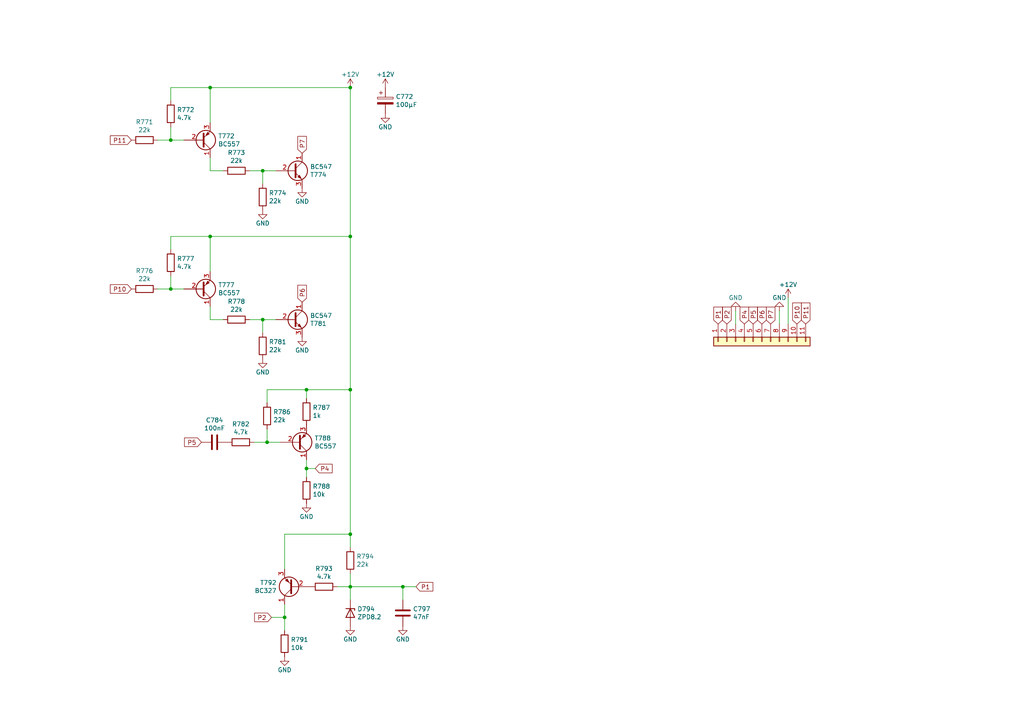
<source format=kicad_sch>
(kicad_sch (version 20230121) (generator eeschema)
  (paper "A4")
  (lib_symbols
    (symbol "Connector_Generic:Conn_01x11" (pin_names (offset 1.016) hide)
      (property "Reference" "J" (at 0 15.24 0))
      (property "Value" "Conn_01x11" (at 0 -15.24 0))
      (symbol "Conn_01x11_1_1"
        (rectangle (start -1.27 -12.573) (end 0 -12.827) (stroke (width 0.1524)))
        (rectangle (start -1.27 -10.033) (end 0 -10.287) (stroke (width 0.1524)))
        (rectangle (start -1.27 -7.493) (end 0 -7.747) (stroke (width 0.1524)))
        (rectangle (start -1.27 -4.953) (end 0 -5.207) (stroke (width 0.1524)))
        (rectangle (start -1.27 -2.413) (end 0 -2.667) (stroke (width 0.1524)))
        (rectangle (start -1.27 0.127) (end 0 -0.127) (stroke (width 0.1524)))
        (rectangle (start -1.27 2.667) (end 0 2.413) (stroke (width 0.1524)))
        (rectangle (start -1.27 5.207) (end 0 4.953) (stroke (width 0.1524)))
        (rectangle (start -1.27 7.747) (end 0 7.493) (stroke (width 0.1524)))
        (rectangle (start -1.27 10.287) (end 0 10.033) (stroke (width 0.1524)))
        (rectangle (start -1.27 12.827) (end 0 12.573) (stroke (width 0.1524)))
        (rectangle (start -1.27 13.97) (end 1.27 -13.97) (stroke (width 0.254)) (fill (type background)))
        (pin passive line (at -5.08 12.7 0) (length 3.81) (name "Pin_1") (number "1"))
        (pin passive line (at -5.08 -10.16 0) (length 3.81) (name "Pin_10") (number "10"))
        (pin passive line (at -5.08 -12.7 0) (length 3.81) (name "Pin_11") (number "11"))
        (pin passive line (at -5.08 10.16 0) (length 3.81) (name "Pin_2") (number "2"))
        (pin passive line (at -5.08 7.62 0) (length 3.81) (name "Pin_3") (number "3"))
        (pin passive line (at -5.08 5.08 0) (length 3.81) (name "Pin_4") (number "4"))
        (pin passive line (at -5.08 2.54 0) (length 3.81) (name "Pin_5") (number "5"))
        (pin passive line (at -5.08 0 0) (length 3.81) (name "Pin_6") (number "6"))
        (pin passive line (at -5.08 -2.54 0) (length 3.81) (name "Pin_7") (number "7"))
        (pin passive line (at -5.08 -5.08 0) (length 3.81) (name "Pin_8") (number "8"))
        (pin passive line (at -5.08 -7.62 0) (length 3.81) (name "Pin_9") (number "9"))
      )
    )
    (symbol "Device:C" (pin_numbers hide) (pin_names (offset 0.254))
      (property "Reference" "C" (at 0.635 2.54 0))
      (property "Value" "C" (at 0.635 -2.54 0))
      (symbol "C_0_1"
        (polyline (pts (xy -2.032 -0.762) (xy 2.032 -0.762)) (stroke (width 0.508)))
        (polyline (pts (xy -2.032 0.762) (xy 2.032 0.762)) (stroke (width 0.508)))
      )
      (symbol "C_1_1"
        (pin passive line (at 0 3.81 270) (length 2.794) (name "~") (number "1"))
        (pin passive line (at 0 -3.81 90) (length 2.794) (name "~") (number "2"))
      )
    )
    (symbol "Device:C_Polarized" (pin_numbers hide) (pin_names (offset 0.254))
      (property "Reference" "C" (at 0.635 2.54 0))
      (property "Value" "C_Polarized" (at 0.635 -2.54 0))
      (symbol "C_Polarized_0_1"
        (rectangle (start -2.286 0.508) (end 2.286 1.016))
        (polyline (pts (xy -1.778 2.286) (xy -0.762 2.286)))
        (polyline (pts (xy -1.27 2.794) (xy -1.27 1.778)))
        (rectangle (start 2.286 -0.508) (end -2.286 -1.016) (fill (type outline)))
      )
      (symbol "C_Polarized_1_1"
        (pin passive line (at 0 3.81 270) (length 2.794) (name "~") (number "1"))
        (pin passive line (at 0 -3.81 90) (length 2.794) (name "~") (number "2"))
      )
    )
    (symbol "Device:R" (pin_numbers hide) (pin_names (offset 0))
      (property "Reference" "R" (at 2.032 0 90))
      (property "Value" "R" (at 0 0 90))
      (symbol "R_0_1"
        (rectangle (start -1.016 -2.54) (end 1.016 2.54) (stroke (width 0.254)))
      )
      (symbol "R_1_1"
        (pin passive line (at 0 3.81 270) (length 1.27) (name "~") (number "1"))
        (pin passive line (at 0 -3.81 90) (length 1.27) (name "~") (number "2"))
      )
    )
    (symbol "Diode:ZPDxx" (pin_numbers hide) (pin_names hide)
      (property "Reference" "D" (at 0 2.54 0))
      (property "Value" "ZPDxx" (at 0 -2.54 0))
      (symbol "ZPDxx_0_1"
        (polyline (pts (xy 1.27 0) (xy -1.27 0)))
        (polyline (pts (xy -1.27 -1.27) (xy -1.27 1.27) (xy -0.762 1.27)) (stroke (width 0.254)))
        (polyline (pts (xy 1.27 -1.27) (xy 1.27 1.27) (xy -1.27 0) (xy 1.27 -1.27)) (stroke (width 0.254)))
      )
      (symbol "ZPDxx_1_1"
        (pin passive line (at -3.81 0 0) (length 2.54) (name "K") (number "1"))
        (pin passive line (at 3.81 0 180) (length 2.54) (name "A") (number "2"))
      )
    )
    (symbol "Transistor_BJT:BC327" (pin_names (offset 0) hide)
      (property "Reference" "Q" (at 5.08 1.905 0))
      (property "Value" "BC327" (at 5.08 0 0))
      (symbol "BC327_0_1"
        (polyline (pts (xy 0.635 0.635) (xy 2.54 2.54)))
        (polyline (pts (xy 0.635 -0.635) (xy 2.54 -2.54) (xy 2.54 -2.54)))
        (polyline (pts (xy 0.635 1.905) (xy 0.635 -1.905) (xy 0.635 -1.905)) (stroke (width 0.508)))
        (polyline (pts (xy 2.286 -1.778) (xy 1.778 -2.286) (xy 1.27 -1.27) (xy 2.286 -1.778) (xy 2.286 -1.778)) (fill (type outline)))
        (circle (center 1.27 0) (radius 2.8194) (stroke (width 0.254)))
      )
      (symbol "BC327_1_1"
        (pin passive line (at 2.54 5.08 270) (length 2.54) (name "C") (number "1"))
        (pin input line (at -5.08 0 0) (length 5.715) (name "B") (number "2"))
        (pin passive line (at 2.54 -5.08 90) (length 2.54) (name "E") (number "3"))
      )
    )
    (symbol "Transistor_BJT:BC547" (pin_names (offset 0) hide)
      (property "Reference" "Q" (at 5.08 1.905 0))
      (property "Value" "BC547" (at 5.08 0 0))
      (symbol "BC547_0_1"
        (polyline (pts (xy 0 0) (xy 0.635 0)))
        (polyline (pts (xy 0.635 0.635) (xy 2.54 2.54)))
        (polyline (pts (xy 0.635 -0.635) (xy 2.54 -2.54) (xy 2.54 -2.54)))
        (polyline (pts (xy 0.635 1.905) (xy 0.635 -1.905) (xy 0.635 -1.905)) (stroke (width 0.508)))
        (polyline (pts (xy 1.27 -1.778) (xy 1.778 -1.27) (xy 2.286 -2.286) (xy 1.27 -1.778) (xy 1.27 -1.778)) (fill (type outline)))
        (circle (center 1.27 0) (radius 2.8194) (stroke (width 0.254)))
      )
      (symbol "BC547_1_1"
        (pin passive line (at 2.54 5.08 270) (length 2.54) (name "C") (number "1"))
        (pin input line (at -5.08 0 0) (length 5.08) (name "B") (number "2"))
        (pin passive line (at 2.54 -5.08 90) (length 2.54) (name "E") (number "3"))
      )
    )
    (symbol "Transistor_BJT:BC557" (pin_names (offset 0) hide)
      (property "Reference" "Q" (at 5.08 1.905 0))
      (property "Value" "BC557" (at 5.08 0 0))
      (symbol "BC557_0_1"
        (polyline (pts (xy 0.635 0.635) (xy 2.54 2.54)))
        (polyline (pts (xy 0.635 -0.635) (xy 2.54 -2.54) (xy 2.54 -2.54)))
        (polyline (pts (xy 0.635 1.905) (xy 0.635 -1.905) (xy 0.635 -1.905)) (stroke (width 0.508)))
        (polyline (pts (xy 2.286 -1.778) (xy 1.778 -2.286) (xy 1.27 -1.27) (xy 2.286 -1.778) (xy 2.286 -1.778)) (fill (type outline)))
        (circle (center 1.27 0) (radius 2.8194) (stroke (width 0.254)))
      )
      (symbol "BC557_1_1"
        (pin passive line (at 2.54 5.08 270) (length 2.54) (name "C") (number "1"))
        (pin input line (at -5.08 0 0) (length 5.715) (name "B") (number "2"))
        (pin passive line (at 2.54 -5.08 90) (length 2.54) (name "E") (number "3"))
      )
    )
    (symbol "power:+12V" (power) (pin_names (offset 0))
      (property "Value" "+12V" (at 0 3.556 0))
      (symbol "+12V_0_1"
        (polyline (pts (xy -0.762 1.27) (xy 0 2.54)))
        (polyline (pts (xy 0 0) (xy 0 2.54)))
        (polyline (pts (xy 0 2.54) (xy 0.762 1.27)))
      )
      (symbol "+12V_1_1"
        (pin power_in line (at 0 0 90) (length 0) hide (name "+12V") (number "1"))
      )
    )
    (symbol "power:GND" (power) (pin_names (offset 0))
      (property "Value" "GND" (at 0 -3.81 0))
      (symbol "GND_0_1"
        (polyline (pts (xy 0 0) (xy 0 -1.27) (xy 1.27 -1.27) (xy 0 -2.54) (xy -1.27 -1.27) (xy 0 -1.27)))
      )
      (symbol "GND_1_1"
        (pin power_in line (at 0 0 270) (length 0) hide (name "GND") (number "1"))
      )
    )
  )
  (junction (at 76.2 92.71))
  (junction (at 101.6 25.4))
  (junction (at 76.2 49.53))
  (junction (at 88.9 135.89))
  (junction (at 116.84 170.18))
  (junction (at 49.53 83.82))
  (junction (at 88.9 113.03))
  (junction (at 60.96 68.58))
  (junction (at 101.6 170.18))
  (junction (at 101.6 154.94))
  (junction (at 82.55 179.07))
  (junction (at 60.96 25.4))
  (junction (at 101.6 68.58))
  (junction (at 49.53 40.64))
  (junction (at 101.6 113.03))
  (junction (at 77.47 128.27))
  (wire (pts (xy 213.36 90.17) (xy 213.36 93.98)))
  (wire (pts (xy 116.84 170.18) (xy 116.84 173.99)))
  (wire (pts (xy 60.96 45.72) (xy 60.96 49.53)))
  (wire (pts (xy 76.2 49.53) (xy 80.01 49.53)))
  (wire (pts (xy 72.39 49.53) (xy 76.2 49.53)))
  (wire (pts (xy 49.53 29.21) (xy 49.53 25.4)))
  (wire (pts (xy 82.55 175.26) (xy 82.55 179.07)))
  (wire (pts (xy 77.47 113.03) (xy 88.9 113.03)))
  (wire (pts (xy 77.47 128.27) (xy 81.28 128.27)))
  (wire (pts (xy 91.44 135.89) (xy 88.9 135.89)))
  (wire (pts (xy 101.6 158.75) (xy 101.6 154.94)))
  (wire (pts (xy 60.96 25.4) (xy 60.96 35.56)))
  (wire (pts (xy 120.65 170.18) (xy 116.84 170.18)))
  (wire (pts (xy 101.6 25.4) (xy 101.6 68.58)))
  (wire (pts (xy 97.79 170.18) (xy 101.6 170.18)))
  (wire (pts (xy 60.96 49.53) (xy 64.77 49.53)))
  (wire (pts (xy 88.9 113.03) (xy 101.6 113.03)))
  (wire (pts (xy 60.96 68.58) (xy 60.96 78.74)))
  (wire (pts (xy 49.53 68.58) (xy 60.96 68.58)))
  (wire (pts (xy 73.66 128.27) (xy 77.47 128.27)))
  (wire (pts (xy 76.2 96.52) (xy 76.2 92.71)))
  (wire (pts (xy 101.6 68.58) (xy 101.6 113.03)))
  (wire (pts (xy 82.55 179.07) (xy 82.55 182.88)))
  (wire (pts (xy 60.96 92.71) (xy 64.77 92.71)))
  (wire (pts (xy 77.47 124.46) (xy 77.47 128.27)))
  (wire (pts (xy 82.55 154.94) (xy 82.55 165.1)))
  (wire (pts (xy 101.6 154.94) (xy 101.6 113.03)))
  (wire (pts (xy 45.72 40.64) (xy 49.53 40.64)))
  (wire (pts (xy 101.6 166.37) (xy 101.6 170.18)))
  (wire (pts (xy 88.9 113.03) (xy 88.9 115.57)))
  (wire (pts (xy 77.47 116.84) (xy 77.47 113.03)))
  (wire (pts (xy 49.53 83.82) (xy 53.34 83.82)))
  (wire (pts (xy 101.6 170.18) (xy 101.6 173.99)))
  (wire (pts (xy 228.6 86.36) (xy 228.6 93.98)))
  (wire (pts (xy 76.2 92.71) (xy 80.01 92.71)))
  (wire (pts (xy 76.2 53.34) (xy 76.2 49.53)))
  (wire (pts (xy 226.06 90.17) (xy 226.06 93.98)))
  (wire (pts (xy 49.53 40.64) (xy 53.34 40.64)))
  (wire (pts (xy 78.74 179.07) (xy 82.55 179.07)))
  (wire (pts (xy 88.9 133.35) (xy 88.9 135.89)))
  (wire (pts (xy 49.53 25.4) (xy 60.96 25.4)))
  (wire (pts (xy 49.53 36.83) (xy 49.53 40.64)))
  (wire (pts (xy 45.72 83.82) (xy 49.53 83.82)))
  (wire (pts (xy 60.96 88.9) (xy 60.96 92.71)))
  (wire (pts (xy 49.53 80.01) (xy 49.53 83.82)))
  (wire (pts (xy 101.6 170.18) (xy 116.84 170.18)))
  (wire (pts (xy 60.96 25.4) (xy 101.6 25.4)))
  (wire (pts (xy 49.53 72.39) (xy 49.53 68.58)))
  (wire (pts (xy 101.6 68.58) (xy 60.96 68.58)))
  (wire (pts (xy 72.39 92.71) (xy 76.2 92.71)))
  (wire (pts (xy 88.9 135.89) (xy 88.9 138.43)))
  (wire (pts (xy 101.6 154.94) (xy 82.55 154.94)))
  (global_label "P11" (shape input) (at 233.68 93.98 90) (property "Intersheetrefs" "${INTERSHEET_REFS}" (effects hide)))
  (global_label "P1" (shape input) (at 208.28 93.98 90) (property "Intersheetrefs" "${INTERSHEET_REFS}" (effects hide)))
  (global_label "P4" (shape input) (at 215.9 93.98 90) (property "Intersheetrefs" "${INTERSHEET_REFS}" (effects hide)))
  (global_label "P10" (shape input) (at 231.14 93.98 90) (property "Intersheetrefs" "${INTERSHEET_REFS}" (effects hide)))
  (global_label "P5" (shape input) (at 58.42 128.27 180) (property "Intersheetrefs" "${INTERSHEET_REFS}" (effects hide)))
  (global_label "P4" (shape input) (at 91.44 135.89 0) (property "Intersheetrefs" "${INTERSHEET_REFS}" (effects hide)))
  (global_label "P7" (shape input) (at 87.63 44.45 90) (property "Intersheetrefs" "${INTERSHEET_REFS}" (effects hide)))
  (global_label "P11" (shape input) (at 38.1 40.64 180) (property "Intersheetrefs" "${INTERSHEET_REFS}" (effects hide)))
  (global_label "P1" (shape input) (at 120.65 170.18 0) (property "Intersheetrefs" "${INTERSHEET_REFS}" (effects hide)))
  (global_label "P6" (shape input) (at 87.63 87.63 90) (property "Intersheetrefs" "${INTERSHEET_REFS}" (effects hide)))
  (global_label "P5" (shape input) (at 218.44 93.98 90) (property "Intersheetrefs" "${INTERSHEET_REFS}" (effects hide)))
  (global_label "P2" (shape input) (at 210.82 93.98 90) (property "Intersheetrefs" "${INTERSHEET_REFS}" (effects hide)))
  (global_label "P2" (shape input) (at 78.74 179.07 180) (property "Intersheetrefs" "${INTERSHEET_REFS}" (effects hide)))
  (global_label "P7" (shape input) (at 223.52 93.98 90) (property "Intersheetrefs" "${INTERSHEET_REFS}" (effects hide)))
  (global_label "P6" (shape input) (at 220.98 93.98 90) (property "Intersheetrefs" "${INTERSHEET_REFS}" (effects hide)))
  (global_label "P10" (shape input) (at 38.1 83.82 180) (property "Intersheetrefs" "${INTERSHEET_REFS}" (effects hide)))
  (symbol (lib_id "Connector_Generic:Conn_01x11") (at 220.98 99.06 90) (mirror x) (unit 1)
    (property "Reference" "J1" (effects hide))
    (property "Value" "Conn_01x13" (effects hide))
    (property "Footprint" "Relais-Modul:Connector_01x11_5mm" (effects hide))
  )
  (symbol (lib_id "power:+12V") (at 111.76 25.4 0) (unit 1)
    (property "Reference" "#PWR0108" (effects hide))
    (property "Value" "+12V" (at 111.76 21.59 0))
  )
  (symbol (lib_id "Device:R") (at 41.91 40.64 270) (unit 1)
    (property "Reference" "R771" (at 41.91 35.3822 90))
    (property "Value" "22k" (at 41.91 37.6936 90))
    (property "Footprint" "Resistor_THT:R_Axial_DIN0207_L6.3mm_D2.5mm_P10.16mm_Horizontal" (effects hide))
  )
  (symbol (lib_id "Transistor_BJT:BC557") (at 58.42 40.64 0) (mirror x) (unit 1)
    (property "Reference" "T772" (at 63.2714 39.4716 0) (effects (justify left)))
    (property "Value" "BC557" (at 63.2714 41.783 0) (effects (justify left)))
    (property "Footprint" "Package_TO_SOT_THT:TO-92_Wide" (effects hide))
    (property "Datasheet" "https://www.onsemi.com/pub/Collateral/BC556BTA-D.pdf" (effects hide))
  )
  (symbol (lib_id "Device:R") (at 49.53 33.02 0) (unit 1)
    (property "Reference" "R772" (at 51.308 31.8516 0) (effects (justify left)))
    (property "Value" "4.7k" (at 51.308 34.163 0) (effects (justify left)))
    (property "Footprint" "Resistor_THT:R_Axial_DIN0207_L6.3mm_D2.5mm_P10.16mm_Horizontal" (effects hide))
  )
  (symbol (lib_id "Device:R") (at 68.58 49.53 270) (unit 1)
    (property "Reference" "R773" (at 68.58 44.2722 90))
    (property "Value" "22k" (at 68.58 46.5836 90))
    (property "Footprint" "Resistor_THT:R_Axial_DIN0207_L6.3mm_D2.5mm_P10.16mm_Horizontal" (effects hide))
  )
  (symbol (lib_id "Device:R") (at 76.2 57.15 0) (unit 1)
    (property "Reference" "R774" (at 77.978 55.9816 0) (effects (justify left)))
    (property "Value" "22k" (at 77.978 58.293 0) (effects (justify left)))
    (property "Footprint" "Resistor_THT:R_Axial_DIN0207_L6.3mm_D2.5mm_P10.16mm_Horizontal" (effects hide))
  )
  (symbol (lib_id "Transistor_BJT:BC547") (at 85.09 49.53 0) (unit 1)
    (property "Reference" "T774" (at 89.9414 50.673 0) (effects (justify left)))
    (property "Value" "BC547" (at 89.9414 48.3616 0) (effects (justify left)))
    (property "Footprint" "Package_TO_SOT_THT:TO-92_Wide" (effects hide))
    (property "Datasheet" "https://www.onsemi.com/pub/Collateral/BC550-D.pdf" (effects hide))
  )
  (symbol (lib_id "power:GND") (at 87.63 54.61 0) (unit 1)
    (property "Reference" "#PWR0101" (effects hide))
    (property "Value" "GND" (at 87.63 58.42 0))
  )
  (symbol (lib_id "power:GND") (at 76.2 60.96 0) (unit 1)
    (property "Reference" "#PWR0102" (effects hide))
    (property "Value" "GND" (at 76.2 64.77 0))
  )
  (symbol (lib_id "Device:R") (at 41.91 83.82 270) (unit 1)
    (property "Reference" "R776" (at 41.91 78.5622 90))
    (property "Value" "22k" (at 41.91 80.8736 90))
    (property "Footprint" "Resistor_THT:R_Axial_DIN0207_L6.3mm_D2.5mm_P10.16mm_Horizontal" (effects hide))
  )
  (symbol (lib_id "Transistor_BJT:BC557") (at 58.42 83.82 0) (mirror x) (unit 1)
    (property "Reference" "T777" (at 63.2714 82.6516 0) (effects (justify left)))
    (property "Value" "BC557" (at 63.2714 84.963 0) (effects (justify left)))
    (property "Footprint" "Package_TO_SOT_THT:TO-92_Wide" (effects hide))
    (property "Datasheet" "https://www.onsemi.com/pub/Collateral/BC556BTA-D.pdf" (effects hide))
  )
  (symbol (lib_id "Device:R") (at 68.58 92.71 270) (unit 1)
    (property "Reference" "R778" (at 68.58 87.4522 90))
    (property "Value" "22k" (at 68.58 89.7636 90))
    (property "Footprint" "Resistor_THT:R_Axial_DIN0207_L6.3mm_D2.5mm_P10.16mm_Horizontal" (effects hide))
  )
  (symbol (lib_id "Device:R") (at 76.2 100.33 0) (unit 1)
    (property "Reference" "R781" (at 77.978 99.1616 0) (effects (justify left)))
    (property "Value" "22k" (at 77.978 101.473 0) (effects (justify left)))
    (property "Footprint" "Resistor_THT:R_Axial_DIN0207_L6.3mm_D2.5mm_P10.16mm_Horizontal" (effects hide))
  )
  (symbol (lib_id "Transistor_BJT:BC547") (at 85.09 92.71 0) (unit 1)
    (property "Reference" "T781" (at 89.9414 93.853 0) (effects (justify left)))
    (property "Value" "BC547" (at 89.9414 91.5416 0) (effects (justify left)))
    (property "Footprint" "Package_TO_SOT_THT:TO-92_Wide" (effects hide))
    (property "Datasheet" "https://www.onsemi.com/pub/Collateral/BC550-D.pdf" (effects hide))
  )
  (symbol (lib_id "power:GND") (at 87.63 97.79 0) (unit 1)
    (property "Reference" "#PWR0103" (effects hide))
    (property "Value" "GND" (at 87.63 101.6 0))
  )
  (symbol (lib_id "power:GND") (at 76.2 104.14 0) (unit 1)
    (property "Reference" "#PWR0104" (effects hide))
    (property "Value" "GND" (at 76.2 107.95 0))
  )
  (symbol (lib_id "Device:R") (at 49.53 76.2 0) (unit 1)
    (property "Reference" "R777" (at 51.308 75.0316 0) (effects (justify left)))
    (property "Value" "4.7k" (at 51.308 77.343 0) (effects (justify left)))
    (property "Footprint" "Resistor_THT:R_Axial_DIN0207_L6.3mm_D2.5mm_P10.16mm_Horizontal" (effects hide))
  )
  (symbol (lib_id "Device:R") (at 69.85 128.27 270) (unit 1)
    (property "Reference" "R782" (at 69.85 123.0122 90))
    (property "Value" "4.7k" (at 69.85 125.3236 90))
    (property "Footprint" "Resistor_THT:R_Axial_DIN0207_L6.3mm_D2.5mm_P10.16mm_Horizontal" (effects hide))
  )
  (symbol (lib_id "Transistor_BJT:BC557") (at 86.36 128.27 0) (mirror x) (unit 1)
    (property "Reference" "T788" (at 91.2114 127.1016 0) (effects (justify left)))
    (property "Value" "BC557" (at 91.2114 129.413 0) (effects (justify left)))
    (property "Footprint" "Package_TO_SOT_THT:TO-92_Wide" (effects hide))
    (property "Datasheet" "https://www.onsemi.com/pub/Collateral/BC556BTA-D.pdf" (effects hide))
  )
  (symbol (lib_id "Device:R") (at 77.47 120.65 0) (unit 1)
    (property "Reference" "R786" (at 79.248 119.4816 0) (effects (justify left)))
    (property "Value" "22k" (at 79.248 121.793 0) (effects (justify left)))
    (property "Footprint" "Resistor_THT:R_Axial_DIN0207_L6.3mm_D2.5mm_P10.16mm_Horizontal" (effects hide))
  )
  (symbol (lib_id "Device:R") (at 88.9 119.38 0) (unit 1)
    (property "Reference" "R787" (at 90.678 118.2116 0) (effects (justify left)))
    (property "Value" "1k" (at 90.678 120.523 0) (effects (justify left)))
    (property "Footprint" "Resistor_THT:R_Axial_DIN0207_L6.3mm_D2.5mm_P10.16mm_Horizontal" (effects hide))
  )
  (symbol (lib_id "Device:R") (at 88.9 142.24 0) (unit 1)
    (property "Reference" "R788" (at 90.678 141.0716 0) (effects (justify left)))
    (property "Value" "10k" (at 90.678 143.383 0) (effects (justify left)))
    (property "Footprint" "Resistor_THT:R_Axial_DIN0207_L6.3mm_D2.5mm_P10.16mm_Horizontal" (effects hide))
  )
  (symbol (lib_id "power:GND") (at 88.9 146.05 0) (unit 1)
    (property "Reference" "#PWR0105" (effects hide))
    (property "Value" "GND" (at 88.9 149.86 0))
  )
  (symbol (lib_id "Device:C") (at 62.23 128.27 270) (unit 1)
    (property "Reference" "C784" (at 62.23 121.8692 90))
    (property "Value" "100nF" (at 62.23 124.1806 90))
    (property "Footprint" "Capacitor_THT:C_Rect_L7.0mm_W2.0mm_P5.00mm" (effects hide))
  )
  (symbol (lib_id "Device:C") (at 116.84 177.8 0) (unit 1)
    (property "Reference" "C797" (at 119.761 176.6316 0) (effects (justify left)))
    (property "Value" "47nF" (at 119.761 178.943 0) (effects (justify left)))
    (property "Footprint" "Capacitor_THT:C_Rect_L7.0mm_W2.0mm_P5.00mm" (effects hide))
  )
  (symbol (lib_id "Device:R") (at 82.55 186.69 0) (unit 1)
    (property "Reference" "R791" (at 84.328 185.5216 0) (effects (justify left)))
    (property "Value" "10k" (at 84.328 187.833 0) (effects (justify left)))
    (property "Footprint" "Resistor_THT:R_Axial_DIN0207_L6.3mm_D2.5mm_P10.16mm_Horizontal" (effects hide))
  )
  (symbol (lib_id "power:GND") (at 82.55 190.5 0) (unit 1)
    (property "Reference" "#PWR0109" (effects hide))
    (property "Value" "GND" (at 82.55 194.31 0))
  )
  (symbol (lib_id "Transistor_BJT:BC327") (at 85.09 170.18 180) (unit 1)
    (property "Reference" "T792" (at 80.2386 169.0116 0) (effects (justify left)))
    (property "Value" "BC327" (at 80.2386 171.323 0) (effects (justify left)))
    (property "Footprint" "Package_TO_SOT_THT:TO-92_Wide" (effects hide))
    (property "Datasheet" "http://www.onsemi.com/pub_link/Collateral/BC327-D.PDF" (effects hide))
  )
  (symbol (lib_id "Device:R") (at 101.6 162.56 0) (unit 1)
    (property "Reference" "R794" (at 103.378 161.3916 0) (effects (justify left)))
    (property "Value" "22k" (at 103.378 163.703 0) (effects (justify left)))
    (property "Footprint" "Resistor_THT:R_Axial_DIN0207_L6.3mm_D2.5mm_P10.16mm_Horizontal" (effects hide))
  )
  (symbol (lib_id "Device:R") (at 93.98 170.18 270) (unit 1)
    (property "Reference" "R793" (at 93.98 164.9222 90))
    (property "Value" "4.7k" (at 93.98 167.2336 90))
    (property "Footprint" "Resistor_THT:R_Axial_DIN0207_L6.3mm_D2.5mm_P10.16mm_Horizontal" (effects hide))
  )
  (symbol (lib_id "power:GND") (at 116.84 181.61 0) (unit 1)
    (property "Reference" "#PWR0110" (effects hide))
    (property "Value" "GND" (at 116.84 185.42 0))
  )
  (symbol (lib_id "Device:C_Polarized") (at 111.76 29.21 0) (unit 1)
    (property "Reference" "C772" (at 114.7572 28.0416 0) (effects (justify left)))
    (property "Value" "100µF" (at 114.7572 30.353 0) (effects (justify left)))
    (property "Footprint" "Capacitor_THT:CP_Radial_D6.3mm_P2.50mm" (effects hide))
  )
  (symbol (lib_id "power:GND") (at 111.76 33.02 0) (unit 1)
    (property "Reference" "#PWR0111" (effects hide))
    (property "Value" "GND" (at 111.76 36.83 0))
  )
  (symbol (lib_id "power:+12V") (at 101.6 25.4 0) (unit 1)
    (property "Reference" "#PWR0112" (effects hide))
    (property "Value" "+12V" (at 101.6 21.59 0))
  )
  (symbol (lib_id "Diode:ZPDxx") (at 101.6 177.8 270) (unit 1)
    (property "Reference" "D794" (at 103.632 176.6316 90) (effects (justify left)))
    (property "Value" "ZPD8.2" (at 103.632 178.943 90) (effects (justify left)))
    (property "Footprint" "Diode_THT:D_DO-35_SOD27_P10.16mm_Horizontal" (effects hide))
    (property "Datasheet" "http://diotec.com/tl_files/diotec/files/pdf/datasheets/zpd1" (effects hide))
  )
  (symbol (lib_id "power:GND") (at 101.6 181.61 0) (unit 1)
    (property "Reference" "#PWR0106" (effects hide))
    (property "Value" "GND" (at 101.6 185.42 0))
  )
  (symbol (lib_id "power:GND") (at 213.36 90.17 180) (unit 1)
    (property "Reference" "#PWR0107" (effects hide))
    (property "Value" "GND" (at 213.36 86.36 0))
  )
  (symbol (lib_id "power:GND") (at 226.06 90.17 180) (unit 1)
    (property "Reference" "#PWR0113" (effects hide))
    (property "Value" "GND" (at 226.06 86.36 0))
  )
  (symbol (lib_id "power:+12V") (at 228.6 86.36 0) (unit 1)
    (property "Reference" "#PWR0114" (effects hide))
    (property "Value" "+12V" (at 228.6 82.55 0))
  )
)
</source>
